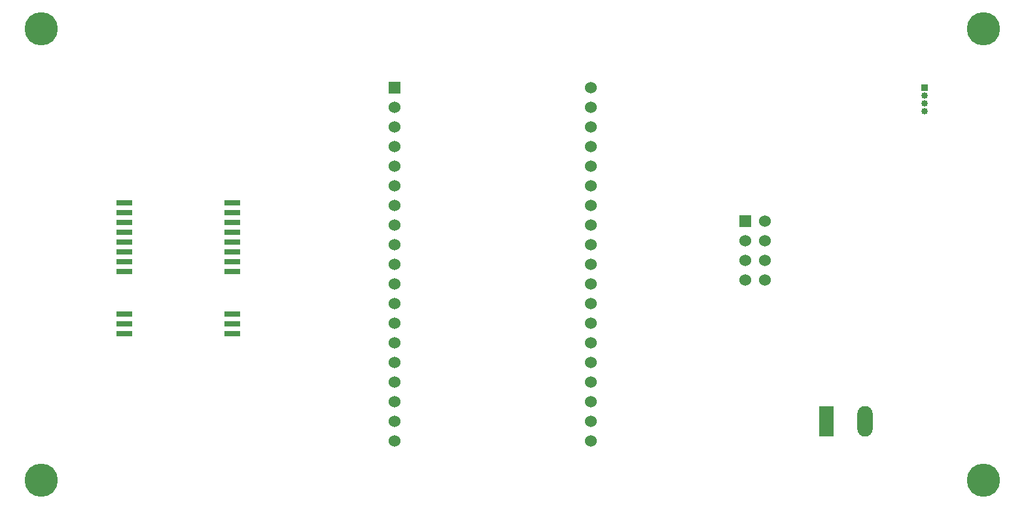
<source format=gbr>
%TF.GenerationSoftware,KiCad,Pcbnew,(6.0.4)*%
%TF.CreationDate,2023-05-23T16:29:30+02:00*%
%TF.ProjectId,OpenDTU_9400_NRF24_DM4DS_v1,4f70656e-4454-4555-9f39-3430305f4e52,rev?*%
%TF.SameCoordinates,Original*%
%TF.FileFunction,Soldermask,Top*%
%TF.FilePolarity,Negative*%
%FSLAX46Y46*%
G04 Gerber Fmt 4.6, Leading zero omitted, Abs format (unit mm)*
G04 Created by KiCad (PCBNEW (6.0.4)) date 2023-05-23 16:29:30*
%MOMM*%
%LPD*%
G01*
G04 APERTURE LIST*
%ADD10C,4.300000*%
%ADD11R,1.980000X3.960000*%
%ADD12O,1.980000X3.960000*%
%ADD13O,0.850000X0.850000*%
%ADD14R,0.850000X0.850000*%
%ADD15R,1.530000X1.530000*%
%ADD16C,1.530000*%
%ADD17R,1.524000X1.524000*%
%ADD18C,1.524000*%
%ADD19R,2.000000X0.800000*%
G04 APERTURE END LIST*
D10*
%TO.C,REF\u002A\u002A*%
X180340000Y-50800000D03*
%TD*%
%TO.C,REF\u002A\u002A*%
X180340000Y-109220000D03*
%TD*%
%TO.C,REF\u002A\u002A*%
X58420000Y-109220000D03*
%TD*%
%TO.C,REF\u002A\u002A*%
X58420000Y-50800000D03*
%TD*%
D11*
%TO.C,REF\u002A\u002A*%
X160020000Y-101600000D03*
D12*
X165020000Y-101600000D03*
%TD*%
D13*
%TO.C,REF\u002A\u002A*%
X172720000Y-61420000D03*
X172720000Y-60420000D03*
X172720000Y-59420000D03*
D14*
X172720000Y-58420000D03*
%TD*%
D15*
%TO.C,REF\u002A\u002A*%
X104140000Y-58430000D03*
D16*
X104140000Y-60970000D03*
X104140000Y-63510000D03*
X104140000Y-66050000D03*
X104140000Y-68590000D03*
X104140000Y-71130000D03*
X104140000Y-73670000D03*
X104140000Y-76210000D03*
X104140000Y-78750000D03*
X104140000Y-81290000D03*
X104140000Y-83830000D03*
X104140000Y-86370000D03*
X104140000Y-88910000D03*
X104140000Y-91450000D03*
X104140000Y-93990000D03*
X104140000Y-96530000D03*
X104140000Y-99070000D03*
X104140000Y-101610000D03*
X104140000Y-104150000D03*
X129540000Y-104150000D03*
X129540000Y-101610000D03*
X129540000Y-99070000D03*
X129540000Y-96530000D03*
X129540000Y-93990000D03*
X129540000Y-91450000D03*
X129540000Y-88910000D03*
X129540000Y-86370000D03*
X129540000Y-83830000D03*
X129540000Y-81290000D03*
X129540000Y-78750000D03*
X129540000Y-76210000D03*
X129540000Y-73670000D03*
X129540000Y-71130000D03*
X129540000Y-68590000D03*
X129540000Y-66050000D03*
X129540000Y-63510000D03*
X129540000Y-60970000D03*
X129540000Y-58430000D03*
%TD*%
D17*
%TO.C,REF\u002A\u002A*%
X149560000Y-75655000D03*
D18*
X152100000Y-75655000D03*
X149560000Y-78195000D03*
X152100000Y-78195000D03*
X149560000Y-80735000D03*
X152100000Y-80735000D03*
X149560000Y-83275000D03*
X152100000Y-83275000D03*
%TD*%
D19*
%TO.C,REF\u002A\u002A*%
X69200000Y-90280000D03*
X69200000Y-89010000D03*
X69200000Y-87740000D03*
X69200000Y-79630000D03*
X69200000Y-78360000D03*
X69200000Y-77090000D03*
X69200000Y-75820000D03*
X69200000Y-74550000D03*
X69200000Y-73280000D03*
X83200000Y-73280000D03*
X83200000Y-74550000D03*
X83200000Y-75820000D03*
X83200000Y-77090000D03*
X83200000Y-78360000D03*
X83200000Y-79630000D03*
X83200000Y-87740000D03*
X83200000Y-89010000D03*
X83200000Y-90280000D03*
X69200000Y-82170000D03*
X83200000Y-82170000D03*
X83200000Y-80900000D03*
X69200000Y-80900000D03*
%TD*%
M02*

</source>
